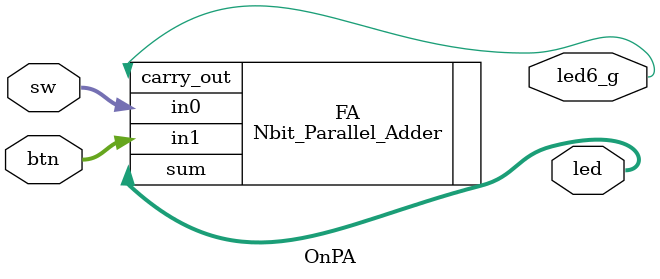
<source format=v>
`timescale 1ns / 1ps


module OnPA(
    output led6_g,
    output [3:0]led,
    input [3:0]sw,
    input [3:0]btn
    );
    
    Nbit_Parallel_Adder #(4) FA(.carry_out(led6_g), .sum(led), .in0(sw), .in1(btn));
endmodule

</source>
